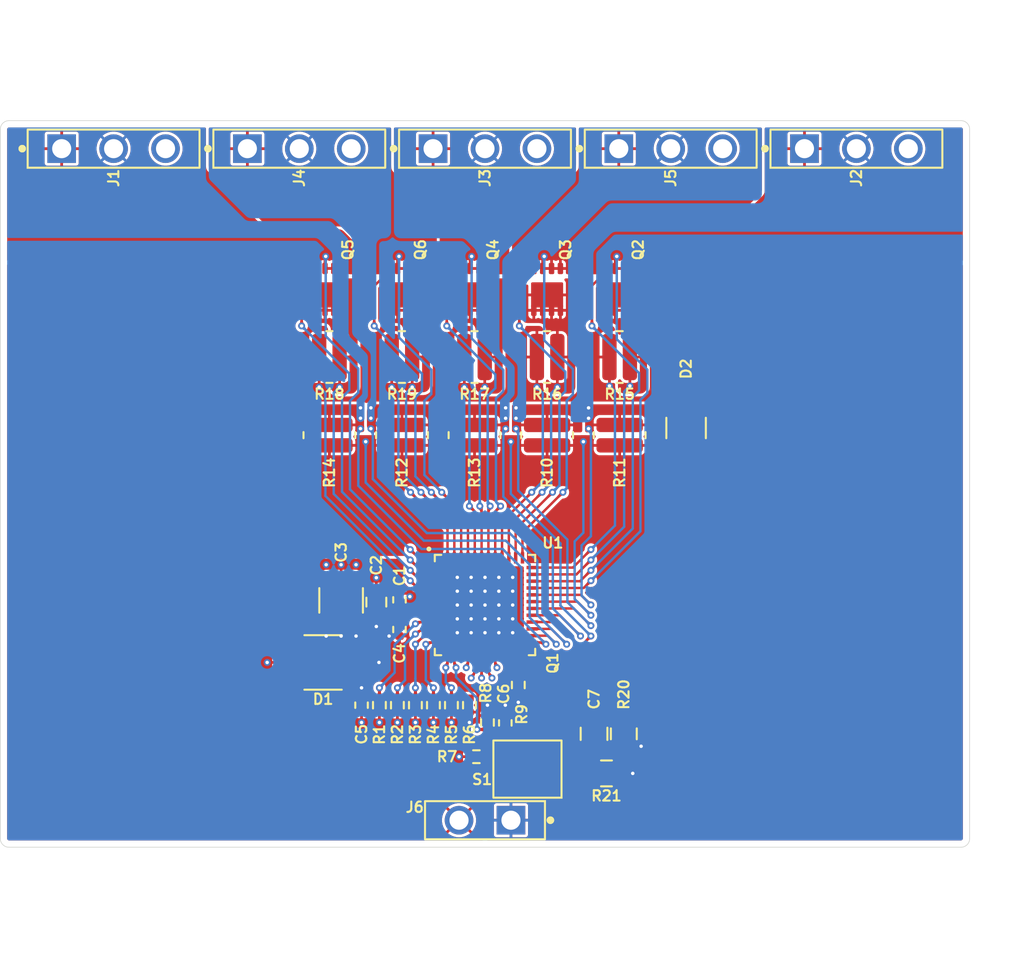
<source format=kicad_pcb>
(kicad_pcb (version 20241229) (generator "pcbnew") (generator_version "9.0")
  (layers (0 "F.Cu" signal) (4 "In1.Cu" power) (6 "In2.Cu" power) (2 "B.Cu" signal) (13 "F.Paste" user) (15 "B.Paste" user) (5 "F.SilkS" user "F.Silkscreen") (7 "B.SilkS" user "B.Silkscreen") (1 "F.Mask" user) (3 "B.Mask" user) (25 "Edge.Cuts" user))
  (net 0 "")
  (net 1 "/LSNS")
  (net 2 "/HSNSM2")
  (net 3 "/OUTP2")
  (net 5 "/HGATE2")
  (net 7 "GND")
  (net 8 "/HSNSM0")
  (net 9 "/OUTP0")
  (net 10 "/HGATE0")
  (net 11 "/LGATE")
  (net 12 "/OUTP4")
  (net 13 "/OUTP1")
  (net 14 "/INT")
  (net 15 "/SDI")
  (net 16 "/CPO")
  (net 17 "/~{CS}")
  (net 18 "/HGATE1")
  (net 19 "/HSNSM1")
  (net 20 "/OUTM3")
  (net 21 "/AUTO")
  (net 22 "/HSNSM4")
  (net 23 "/SCK")
  (net 24 "/SDO")
  (net 25 "/3V3")
  (net 26 "/WAKEUP")
  (net 27 "/SW3")
  (net 28 "/SW1")
  (net 29 "/SW4")
  (net 30 "/SW0")
  (net 31 "/SW2")
  (net 32 "Net-(R7-Pad2)")
  (net 33 "/RT")
  (net 34 "/OUTM4")
  (net 35 "/OUTM1")
  (net 36 "/OUTM2")
  (net 37 "/OUTM0")
  (net 38 "/HGATE4")
  (net 39 "/HGATE3")
  (net 40 "/OUTP3")
  (net 41 "/HSNSM3")
  (net 42 "/PSE")
  (net 43 "Net-(C7-Pad1)")
  (footprint "resistor_footprints:R_0402_1005Metric" (layer "F.Cu") (at 141.9606 109.71222 90)
    (property "Reference" "R1")
    (property "Value" "10 kΩ")
  )
  (footprint "resistor_footprints:R_0402_1005Metric" (layer "F.Cu") (at 149.07714 113.494773)
    (property "Reference" "R7")
    (property "Value" "1 kΩ")
  )
  (footprint "transistor_footprints:LFPAK33-8" (layer "F.Cu") (at 154.26563 79.191038 -90)
    (property "Reference" "Q3")
    (property "Value" "100.0 V")
  )
  (footprint "resistor_footprints:R_0612_1632Metric" (layer "F.Cu") (at 154.26506 89.89166 90)
    (property "Reference" "R10")
    (property "Value" "24 mΩ")
  )
  (footprint "connector_footprints:TBP02R1-381-03BE" (layer "F.Cu") (at 122.45848 68.8594)
    (property "Reference" "J1")
    (property "Value" "TBP02R1-381-03BE")
  )
  (footprint "capacitor_footprints:C_0402_1005Metric" (layer "F.Cu") (at 151.19858 111.014773 -90)
    (property "Reference" "C6")
    (property "Value" "1 nF")
  )
  (footprint "capacitor_footprints:C_1210_250_3225Metric" (layer "F.Cu") (at 139.15064 102.020883 -90)
    (property "Reference" "C3")
    (property "Value" "10 µF")
  )
  (footprint "resistor_footprints:R_0612_1632Metric" (layer "F.Cu") (at 148.93982 89.89166 90)
    (property "Reference" "R13")
    (property "Value" "62 mΩ")
  )
  (footprint "resistor_footprints:R_0612_1632Metric" (layer "F.Cu") (at 138.29175 89.8906 90)
    (property "Reference" "R14")
    (property "Value" "390 mΩ")
  )
  (footprint "capacitor_footprints:C_0805_2012Metric" (layer "F.Cu") (at 157.7086 111.816493 90)
    (property "Reference" "C7")
    (property "Value" "2.2 µF")
  )
  (footprint "transistor_footprints:LFPAK33-8" (layer "F.Cu") (at 148.94031 79.190299 -90)
    (property "Reference" "Q4")
    (property "Value" "100.0 V")
  )
  (footprint "diode_footprints:DO-214AA" (layer "F.Cu") (at 137.82658 106.57586)
    (property "Reference" "D1")
    (property "Value" "58 V")
  )
  (footprint "resistor_footprints:R_0402_1005Metric" (layer "F.Cu") (at 149.8874 110.984773 -90)
    (property "Reference" "R8")
    (property "Value" "100 kΩ")
  )
  (footprint "resistor_footprints:R_0612_1632Metric" (layer "F.Cu") (at 159.5882 89.8913 90)
    (property "Reference" "R11")
    (property "Value" "62 mΩ")
  )
  (footprint "resistor_footprints:R_0612_1632Metric" (layer "F.Cu") (at 154.26563 84.155898)
    (property "Reference" "R16")
    (property "Value" "390 mΩ")
  )
  (footprint "resistor_footprints:R_0805_2012Metric" (layer "F.Cu") (at 159.893 111.816493 -90)
    (property "Reference" "R20")
    (property "Value" "49.9 kΩ")
  )
  (footprint "resistor_footprints:R_0402_1005Metric" (layer "F.Cu") (at 147.245172 109.712773 90)
    (property "Reference" "R5")
    (property "Value" "100 kΩ")
  )
  (footprint "resistor_footprints:R_0402_1005Metric" (layer "F.Cu") (at 152.151154 108.231953 -90)
    (property "Reference" "R9")
    (property "Value" "24.3 kΩ")
  )
  (footprint "resistor_footprints:R_0612_1632Metric" (layer "F.Cu") (at 138.29157 84.153358)
    (property "Reference" "R18")
    (property "Value" "24 mΩ")
  )
  (footprint "capacitor_footprints:C_0603_1608Metric" (layer "F.Cu") (at 141.73454 102.147553 -90)
    (property "Reference" "C2")
    (property "Value" "100 nF")
  )
  (footprint "connector_footprints:TBP02R1-381-03BE" (layer "F.Cu") (at 149.708153 68.8594)
    (property "Reference" "J3")
    (property "Value" "TBP02R1-381-03BE")
  )
  (footprint "resistor_footprints:R_0402_1005Metric" (layer "F.Cu") (at 148.56714 109.712773 -90)
    (property "Reference" "R6")
    (property "Value" "100 kΩ")
  )
  (footprint "connector_footprints:TBP02R1-381-03BE" (layer "F.Cu") (at 176.95926 68.8594)
    (property "Reference" "J2")
    (property "Value" "TBP02R1-381-03BE")
  )
  (footprint "transistor_footprints:LFPAK33-8" (layer "F.Cu") (at 154.67584 109.543493 -90)
    (property "Reference" "Q1")
    (property "Value" "100.0 V")
  )
  (footprint "resistor_footprints:R_0402_1005Metric" (layer "F.Cu") (at 144.6022 109.712773 90)
    (property "Reference" "R3")
    (property "Value" "10 kΩ")
  )
  (footprint "resistor_footprints:R_0612_1632Metric" (layer "F.Cu") (at 159.58947 84.155898)
    (property "Reference" "R15")
    (property "Value" "24 mΩ")
  )
  (footprint "resistor_footprints:R_0402_1005Metric" (layer "F.Cu") (at 143.2814 109.71222 90)
    (property "Reference" "R2")
    (property "Value" "4.99 kΩ")
  )
  (footprint "capacitor_footprints:C_0402_1005Metric" (layer "F.Cu") (at 140.64996 109.71276 90)
    (property "Reference" "C5")
    (property "Value" "1 nF")
  )
  (footprint "capacitor_footprints:C_0402_1005Metric" (layer "F.Cu") (at 143.4338 101.979553 -90)
    (property "Reference" "C1")
    (property "Value" "1 nF")
  )
  (footprint "resistor_footprints:R_0612_1632Metric" (layer "F.Cu") (at 143.61577 84.154218)
    (property "Reference" "R19")
    (property "Value" "390 mΩ")
  )
  (footprint "capacitor_footprints:C_0402_1005Metric" (layer "F.Cu") (at 143.4338 104.158883 -90)
    (property "Reference" "C4")
    (property "Value" "470 nF")
  )
  (footprint "analog_devices_footprints:QFN48_05-08-7073_ADI" (layer "F.Cu") (at 149.708153 102.362553)
    (property "Reference" "U1")
    (property "Value" "LTC4296AUK-1-PBF")
  )
  (footprint "connector_footprints:TBP02R1-381-02BE" (layer "F.Cu") (at 149.7076 118.15826 180)
    (property "Reference" "J6")
    (property "Value" "TBP02R1-381-02BE")
  )
  (footprint "resistor_footprints:R_0805_2012Metric" (layer "F.Cu") (at 158.6206 114.72164 180)
    (property "Reference" "R21")
    (property "Value" "0 mΩ")
  )
  (footprint "resistor_footprints:R_0612_1632Metric" (layer "F.Cu") (at 143.61668 89.8906 90)
    (property "Reference" "R12")
    (property "Value" "16 mΩ")
  )
  (footprint "transistor_footprints:LFPAK33-8" (layer "F.Cu") (at 143.61577 79.189358 -90)
    (property "Reference" "Q6")
    (property "Value" "100.0 V")
  )
  (footprint "resistor_footprints:R_0402_1005Metric" (layer "F.Cu") (at 145.92446 109.712773 90)
    (property "Reference" "R4")
    (property "Value" "10 kΩ")
  )
  (footprint "connector_footprints:TBP02R1-381-03BE" (layer "F.Cu") (at 163.3347 68.8594)
    (property "Reference" "J5")
    (property "Value" "TBP02R1-381-03BE")
  )
  (footprint "transistor_footprints:LFPAK33-8" (layer "F.Cu") (at 138.29157 79.188498 -90)
    (property "Reference" "Q5")
    (property "Value" "100.0 V")
  )
  (footprint "connector_footprints:TBP02R1-381-03BE" (layer "F.Cu") (at 136.08304 68.8594)
    (property "Reference" "J4")
    (property "Value" "TBP02R1-381-03BE")
  )
  (footprint "resistor_footprints:R_0612_1632Metric" (layer "F.Cu") (at 148.94031 84.155159)
    (property "Reference" "R17")
    (property "Value" "24 mΩ")
  )
  (footprint "diode_footprints:SMA" (layer "F.Cu") (at 164.46246 89.3656 -90)
    (property "Reference" "D2")
    (property "Value" "100 V")
  )
  (footprint "tactile_switches_footprints:TS21" (layer "F.Cu") (at 152.82358 114.404853 90)
    (property "Reference" "S1")
    (property "Value" "TS21-34-035-BK-160-SMT-TR")
  )
  (footprint "transistor_footprints:LFPAK33-8" (layer "F.Cu") (at 159.58947 79.191038 -90)
    (property "Reference" "Q2")
    (property "Value" "100.0 V")
  )
  (gr_line (start 114.7826 66.802) (end 184.6326 66.802) (stroke (width 0.05)) (layer "Edge.Cuts"))
  (gr_arc (start 184.6326 66.802) (mid 185.081613 66.987987) (end 185.2676 67.437) (stroke (width 0.05)) (layer "Edge.Cuts"))
  (gr_line (start 184.6326 120.142) (end 114.7826 120.142) (stroke (width 0.05)) (layer "Edge.Cuts"))
  (gr_arc (start 185.2676 119.507) (mid 185.081613 119.956013) (end 184.6326 120.142) (stroke (width 0.05)) (layer "Edge.Cuts"))
  (gr_arc (start 114.7826 120.142) (mid 114.333587 119.956013) (end 114.1476 119.507) (stroke (width 0.05)) (layer "Edge.Cuts"))
  (gr_line (start 185.2676 67.437) (end 185.2676 119.507) (stroke (width 0.05)) (layer "Edge.Cuts"))
  (gr_arc (start 114.1476 67.437) (mid 114.333587 66.987987) (end 114.7826 66.802) (stroke (width 0.05)) (layer "Edge.Cuts"))
  (gr_line (start 114.1476 119.507) (end 114.1476 67.437) (stroke (width 0.05)) (layer "Edge.Cuts"))
  (segment (start 153.162553 103.612553) (end 154.882453 103.612553) (width 0.1778) (layer "F.Cu") (net 1))
  (segment (start 154.312163 104.612554) (end 154.939162 105.239553) (width 0.1778) (layer "F.Cu") (net 1))
  (segment (start 153.162553 102.112553) (end 156.476749 102.112553) (width 0.1778) (layer "F.Cu") (net 1))
  (segment (start 154.882453 103.612553) (end 156.4767 105.2068) (width 0.1778) (layer "F.Cu") (net 1))
  (segment (start 156.909207 105.2068) (end 157.478455 104.637552) (width 0.1778) (layer "F.Cu") (net 1))
  (segment (start 153.162553 104.612554) (end 154.312163 104.612554) (width 0.1778) (layer "F.Cu") (net 1))
  (segment (start 156.4767 105.2068) (end 156.909207 105.2068) (width 0.1778) (layer "F.Cu") (net 1))
  (segment (start 156.476749 102.112553) (end 157.478455 103.114259) (width 0.1778) (layer "F.Cu") (net 1))
  (via (at 156.925797 90.370301) (size 0.508) (drill 0.254) (layers "F.Cu" "B.Cu") (net 1))
  (via (at 157.478455 104.637552) (size 0.508) (drill 0.254) (layers "F.Cu" "B.Cu") (net 1))
  (via (at 157.478455 103.114259) (size 0.508) (drill 0.254) (layers "F.Cu" "B.Cu") (net 1))
  (via (at 154.939162 105.239553) (size 0.508) (drill 0.254) (layers "F.Cu" "B.Cu") (net 1))
  (via (at 140.954215 90.3696) (size 0.508) (drill 0.254) (layers "F.Cu" "B.Cu") (net 1))
  (via (at 151.60244 90.37066) (size 0.508) (drill 0.254) (layers "F.Cu" "B.Cu") (net 1))
  (segment (start 152.9842 103.284591) (end 152.9842 99.390198) (width 0.1778) (layer "B.Cu") (net 1))
  (segment (start 154.939162 105.239553) (end 152.9842 103.284591) (width 0.1778) (layer "B.Cu") (net 1))
  (segment (start 155.2448 102.403897) (end 157.478455 104.637552) (width 0.1778) (layer "B.Cu") (net 1))
  (segment (start 156.2862 101.922004) (end 156.2862 97.6884) (width 0.1778) (layer "B.Cu") (net 1))
  (segment (start 151.60244 94.19844) (end 155.2448 97.8408) (width 0.1778) (layer "B.Cu") (net 1))
  (segment (start 145.225018 97.6376) (end 140.954215 93.366797) (width 0.1778) (layer "B.Cu") (net 1))
  (segment (start 151.231602 97.6376) (end 145.225018 97.6376) (width 0.1778) (layer "B.Cu") (net 1))
  (segment (start 151.60244 90.37066) (end 151.60244 94.19844) (width 0.1778) (layer "B.Cu") (net 1))
  (segment (start 156.925797 97.048803) (end 156.925797 90.370301) (width 0.1778) (layer "B.Cu") (net 1))
  (segment (start 155.2448 97.8408) (end 155.2448 102.403897) (width 0.1778) (layer "B.Cu") (net 1))
  (segment (start 140.954215 93.366797) (end 140.954215 90.3696) (width 0.1778) (layer "B.Cu") (net 1))
  (segment (start 157.478455 103.114259) (end 156.2862 101.922004) (width 0.1778) (layer "B.Cu") (net 1))
  (segment (start 156.2862 97.6884) (end 156.925797 97.048803) (width 0.1778) (layer "B.Cu") (net 1))
  (segment (start 152.9842 99.390198) (end 151.231602 97.6376) (width 0.1778) (layer "B.Cu") (net 1))
  (segment (start 149.458153 95.23114) (end 149.327153 95.10014) (width 0.1778) (layer "F.Cu") (net 2))
  (segment (start 149.458153 98.908153) (end 149.458153 95.23114) (width 0.1778) (layer "F.Cu") (net 2))
  (via (at 149.69031 86.363158) (size 0.508) (drill 0.254) (layers "F.Cu" "B.Cu") (net 2))
  (via (at 149.327153 95.10014) (size 0.508) (drill 0.254) (layers "F.Cu" "B.Cu") (net 2))
  (segment (start 149.327153 95.10014) (end 149.327153 86.726315) (width 0.1778) (layer "B.Cu") (net 2))
  (segment (start 149.327153 86.726315) (end 149.69031 86.363158) (width 0.1778) (layer "B.Cu") (net 2))
  (segment (start 150.458154 98.908153) (end 150.458154 95.493139) (width 0.1778) (layer "F.Cu") (net 3))
  (segment (start 150.458154 95.493139) (end 150.851153 95.10014) (width 0.1778) (layer "F.Cu") (net 3))
  (via (at 150.851153 95.10014) (size 0.508) (drill 0.254) (layers "F.Cu" "B.Cu") (net 3))
  (via (at 148.72731 76.766299) (size 0.508) (drill 0.254) (layers "F.Cu" "B.Cu") (net 3))
  (segment (start 148.72731 82.78891) (end 151.0538 85.1154) (width 0.1778) (layer "B.Cu") (net 3))
  (segment (start 151.0538 86.6648) (end 150.51369 87.20491) (width 0.1778) (layer "B.Cu") (net 3))
  (segment (start 150.51369 94.762677) (end 150.851153 95.10014) (width 0.1778) (layer "B.Cu") (net 3))
  (segment (start 150.51369 87.20491) (end 150.51369 94.762677) (width 0.1778) (layer "B.Cu") (net 3))
  (segment (start 148.72731 76.766299) (end 148.72731 82.78891) (width 0.1778) (layer "B.Cu") (net 3))
  (segment (start 151.0538 85.1154) (end 151.0538 86.6648) (width 0.1778) (layer "B.Cu") (net 3))
  (segment (start 147.96531 77.86609) (end 146.90331 78.92809) (width 0.1778) (layer "F.Cu") (net 5))
  (segment (start 147.96531 77.655299) (end 147.96531 77.86609) (width 0.1778) (layer "F.Cu") (net 5))
  (segment (start 149.958153 95.23114) (end 150.089153 95.10014) (width 0.1778) (layer "F.Cu") (net 5))
  (segment (start 149.958153 98.908153) (end 149.958153 95.23114) (width 0.1778) (layer "F.Cu") (net 5))
  (segment (start 146.90331 78.92809) (end 146.90331 81.873428) (width 0.1778) (layer "F.Cu") (net 5))
  (via (at 150.089153 95.10014) (size 0.508) (drill 0.254) (layers "F.Cu" "B.Cu") (net 5))
  (via (at 146.90331 81.873428) (size 0.508) (drill 0.254) (layers "F.Cu" "B.Cu") (net 5))
  (segment (start 149.90409 94.915077) (end 150.089153 95.10014) (width 0.1778) (layer "B.Cu") (net 5))
  (segment (start 146.90331 81.873428) (end 150.4696 85.439718) (width 0.1778) (layer "B.Cu") (net 5))
  (segment (start 150.4696 86.4362) (end 149.90409 87.00171) (width 0.1778) (layer "B.Cu") (net 5))
  (segment (start 149.90409 87.00171) (end 149.90409 94.915077) (width 0.1778) (layer "B.Cu") (net 5))
  (segment (start 150.4696 85.439718) (end 150.4696 86.4362) (width 0.1778) (layer "B.Cu") (net 5))
  (via (at 152.151154 109.503953) (size 0.508) (drill 0.254) (layers "F.Cu" "B.Cu") (net 7))
  (via (at 151.19858 109.712773) (size 0.508) (drill 0.254) (layers "F.Cu" "B.Cu") (net 7))
  (via (at 149.8874 109.712773) (size 0.508) (drill 0.254) (layers "F.Cu" "B.Cu") (net 7))
  (via (at 149.7076 101.346553) (size 0.508) (drill 0.254) (layers "F.Cu" "B.Cu") (net 7))
  (via (at 147.675047 101.346) (size 0.508) (drill 0.254) (layers "F.Cu" "B.Cu") (net 7))
  (via (at 150.7236 104.394553) (size 0.508) (drill 0.254) (layers "F.Cu" "B.Cu") (net 7))
  (via (at 141.92758 106.57586) (size 0.508) (drill 0.254) (layers "F.Cu" "B.Cu") (net 7))
  (via (at 148.6916 102.362) (size 0.508) (drill 0.254) (layers "F.Cu" "B.Cu") (net 7))
  (via (at 140.64996 108.44022) (size 0.508) (drill 0.254) (layers "F.Cu" "B.Cu") (net 7))
  (via (at 138.05464 104.638883) (size 0.508) (drill 0.254) (layers "F.Cu" "B.Cu") (net 7))
  (via (at 151.7396 101.346) (size 0.508) (drill 0.254) (layers "F.Cu" "B.Cu") (net 7))
  (via (at 150.723047 103.378553) (size 0.508) (drill 0.254) (layers "F.Cu" "B.Cu") (net 7))
  (via (at 151.7396 100.33) (size 0.508) (drill 0.254) (layers "F.Cu" "B.Cu") (net 7))
  (via (at 149.707047 103.378553) (size 0.508) (drill 0.254) (layers "F.Cu" "B.Cu") (net 7))
  (via (at 161.163 112.728493) (size 0.508) (drill 0.254) (layers "F.Cu" "B.Cu") (net 7))
  (via (at 150.7236 101.346553) (size 0.508) (drill 0.254) (layers "F.Cu" "B.Cu") (net 7))
  (via (at 148.691047 104.394) (size 0.508) (drill 0.254) (layers "F.Cu" "B.Cu") (net 7))
  (via (at 151.740153 102.362) (size 0.508) (drill 0.254) (layers "F.Cu" "B.Cu") (net 7))
  (via (at 148.691047 101.346) (size 0.508) (drill 0.254) (layers "F.Cu" "B.Cu") (net 7))
  (via (at 141.73454 103.938553) (size 0.508) (drill 0.254) (layers "F.Cu" "B.Cu") (net 7))
  (via (at 147.674494 103.378) (size 0.508) (drill 0.254) (layers "F.Cu" "B.Cu") (net 7))
  (via (at 147.675047 104.394) (size 0.508) (drill 0.254) (layers "F.Cu" "B.Cu") (net 7))
  (via (at 149.7076 104.394553) (size 0.508) (drill 0.254) (layers "F.Cu" "B.Cu") (net 7))
  (via (at 150.7236 100.330553) (size 0.508) (drill 0.254) (layers "F.Cu" "B.Cu") (net 7))
  (via (at 151.7396 104.394) (size 0.508) (drill 0.254) (layers "F.Cu" "B.Cu") (net 7))
  (via (at 142.6718 104.638883) (size 0.508) (drill 0.254) (layers "F.Cu" "B.Cu") (net 7))
  (via (at 150.724153 102.362553) (size 0.508) (drill 0.254) (layers "F.Cu" "B.Cu") (net 7))
  (via (at 148.56714 110.984773) (size 0.508) (drill 0.254) (layers "F.Cu" "B.Cu") (net 7))
  (via (at 148.690494 103.378) (size 0.508) (drill 0.254) (layers "F.Cu" "B.Cu") (net 7))
  (via (at 140.246639 104.638883) (size 0.508) (drill 0.254) (layers "F.Cu" "B.Cu") (net 7))
  (via (at 139.15064 104.638883) (size 0.508) (drill 0.254) (layers "F.Cu" "B.Cu") (net 7))
  (via (at 149.7076 100.330553) (size 0.508) (drill 0.254) (layers "F.Cu" "B.Cu") (net 7))
  (via (at 149.708153 102.362553) (size 0.508) (drill 0.254) (layers "F.Cu" "B.Cu") (net 7))
  (via (at 147.675047 100.33) (size 0.508) (drill 0.254) (layers "F.Cu" "B.Cu") (net 7))
  (via (at 151.739047 103.378) (size 0.508) (drill 0.254) (layers "F.Cu" "B.Cu") (net 7))
  (via (at 160.5486 114.72164) (size 0.508) (drill 0.254) (layers "F.Cu" "B.Cu") (net 7))
  (via (at 148.691047 100.33) (size 0.508) (drill 0.254) (layers "F.Cu" "B.Cu") (net 7))
  (via (at 147.6756 102.362) (size 0.508) (drill 0.254) (layers "F.Cu" "B.Cu") (net 7))
  (segment (start 145.021914 100.612554) (end 144.22374 99.81438) (width 0.1778) (layer "F.Cu") (net 8))
  (segment (start 146.253753 100.612554) (end 145.021914 100.612554) (width 0.1778) (layer "F.Cu") (net 8))
  (via (at 144.22374 99.81438) (size 0.508) (drill 0.254) (layers "F.Cu" "B.Cu") (net 8))
  (via (at 139.04157 86.361357) (size 0.508) (drill 0.254) (layers "F.Cu" "B.Cu") (net 8))
  (segment (start 138.6078 94.19844) (end 138.6078 86.795127) (width 0.1778) (layer "B.Cu") (net 8))
  (segment (start 144.22374 99.81438) (end 138.6078 94.19844) (width 0.1778) (layer "B.Cu") (net 8))
  (segment (start 138.6078 86.795127) (end 139.04157 86.361357) (width 0.1778) (layer "B.Cu") (net 8))
  (segment (start 145.545913 99.612553) (end 144.22374 98.29038) (width 0.1778) (layer "F.Cu") (net 9))
  (segment (start 146.253753 99.612553) (end 145.545913 99.612553) (width 0.1778) (layer "F.Cu") (net 9))
  (via (at 138.02057 76.764498) (size 0.508) (drill 0.254) (layers "F.Cu" "B.Cu") (net 9))
  (via (at 144.22374 98.29038) (size 0.508) (drill 0.254) (layers "F.Cu" "B.Cu") (net 9))
  (segment (start 140.4112 85.0138) (end 138.02057 82.62317) (width 0.1778) (layer "B.Cu") (net 9))
  (segment (start 144.22374 98.29038) (end 139.8016 93.86824) (width 0.1778) (layer "B.Cu") (net 9))
  (segment (start 139.8016 93.86824) (end 139.8016 87.376) (width 0.1778) (layer "B.Cu") (net 9))
  (segment (start 140.4112 86.7664) (end 140.4112 85.0138) (width 0.1778) (layer "B.Cu") (net 9))
  (segment (start 138.02057 82.62317) (end 138.02057 76.764498) (width 0.1778) (layer "B.Cu") (net 9))
  (segment (start 139.8016 87.376) (end 140.4112 86.7664) (width 0.1778) (layer "B.Cu") (net 9))
  (segment (start 136.25457 81.873428) (end 136.25457 78.93423) (width 0.1778) (layer "F.Cu") (net 10))
  (segment (start 146.253753 100.112552) (end 145.283912 100.112552) (width 0.1778) (layer "F.Cu") (net 10))
  (segment (start 137.31657 77.87223) (end 137.31657 77.653498) (width 0.1778) (layer "F.Cu") (net 10))
  (segment (start 145.283912 100.112552) (end 144.22374 99.05238) (width 0.1778) (layer "F.Cu") (net 10))
  (segment (start 136.25457 78.93423) (end 137.31657 77.87223) (width 0.1778) (layer "F.Cu") (net 10))
  (via (at 144.22374 99.05238) (size 0.508) (drill 0.254) (layers "F.Cu" "B.Cu") (net 10))
  (via (at 136.25457 81.873428) (size 0.508) (drill 0.254) (layers "F.Cu" "B.Cu") (net 10))
  (segment (start 139.7508 86.5886) (end 139.7508 85.369658) (width 0.1778) (layer "B.Cu") (net 10))
  (segment (start 139.7508 85.369658) (end 136.25457 81.873428) (width 0.1778) (layer "B.Cu") (net 10))
  (segment (start 144.22374 99.05238) (end 139.2174 94.04604) (width 0.1778) (layer "B.Cu") (net 10))
  (segment (start 139.2174 87.122) (end 139.7508 86.5886) (width 0.1778) (layer "B.Cu") (net 10))
  (segment (start 139.2174 94.04604) (end 139.2174 87.122) (width 0.1778) (layer "B.Cu") (net 10))
  (segment (start 153.70084 108.008493) (end 153.700837 107.573585) (width 0.1778) (layer "F.Cu") (net 11))
  (segment (start 152.5778 107.0356) (end 153.162848 107.0356) (width 0.1778) (layer "F.Cu") (net 11))
  (segment (start 151.958154 105.816953) (end 151.958154 106.415954) (width 0.1778) (layer "F.Cu") (net 11))
  (arc (start 153.162848 107.0356) (mid 153.543262 107.193172) (end 153.700837 107.573585) (width 0.1778) (layer "F.Cu") (net 11))
  (arc (start 151.958154 106.415954) (mid 152.139644 106.85411) (end 152.5778 107.0356) (width 0.1778) (layer "F.Cu") (net 11))
  (segment (start 153.162553 101.112553) (end 156.943827 101.112553) (width 0.1778) (layer "F.Cu") (net 12))
  (segment (start 156.943827 101.112553) (end 157.48 100.57638) (width 0.1778) (layer "F.Cu") (net 12))
  (via (at 157.48 100.57638) (size 0.508) (drill 0.254) (layers "F.Cu" "B.Cu") (net 12))
  (via (at 159.37647 76.767038) (size 0.508) (drill 0.254) (layers "F.Cu" "B.Cu") (net 12))
  (segment (start 161.1122 96.94418) (end 161.1122 87.299798) (width 0.1778) (layer "B.Cu") (net 12))
  (segment (start 161.6202 86.791798) (end 161.6202 85.09) (width 0.1778) (layer "B.Cu") (net 12))
  (segment (start 157.48 100.57638) (end 161.1122 96.94418) (width 0.1778) (layer "B.Cu") (net 12))
  (segment (start 161.1122 87.299798) (end 161.6202 86.791798) (width 0.1778) (layer "B.Cu") (net 12))
  (segment (start 161.6202 85.09) (end 159.37647 82.84627) (width 0.1778) (layer "B.Cu") (net 12))
  (segment (start 159.37647 82.84627) (end 159.37647 76.767038) (width 0.1778) (layer "B.Cu") (net 12))
  (segment (start 148.458153 98.908153) (end 148.458153 96.009693) (width 0.1778) (layer "F.Cu") (net 13))
  (segment (start 148.458153 96.009693) (end 146.5326 94.08414) (width 0.1778) (layer "F.Cu") (net 13))
  (via (at 143.39811 76.764498) (size 0.508) (drill 0.254) (layers "F.Cu" "B.Cu") (net 13))
  (via (at 146.5326 94.08414) (size 0.508) (drill 0.254) (layers "F.Cu" "B.Cu") (net 13))
  (segment (start 145.2626 87.376) (end 145.7706 86.868) (width 0.1778) (layer "B.Cu") (net 13))
  (segment (start 145.2626 92.81414) (end 145.2626 87.376) (width 0.1778) (layer "B.Cu") (net 13))
  (segment (start 146.5326 94.08414) (end 145.2626 92.81414) (width 0.1778) (layer "B.Cu") (net 13))
  (segment (start 145.7706 85.09) (end 143.39811 82.71751) (width 0.1778) (layer "B.Cu") (net 13))
  (segment (start 145.7706 86.868) (end 145.7706 85.09) (width 0.1778) (layer "B.Cu") (net 13))
  (segment (start 143.39811 82.71751) (end 143.39811 76.764498) (width 0.1778) (layer "B.Cu") (net 13))
  (segment (start 146.253753 103.112554) (end 144.801039 103.112554) (width 0.1778) (layer "F.Cu") (net 14))
  (arc (start 144.801039 103.112554) (mid 144.061095 103.259738) (end 143.4338 103.678883) (width 0.1778) (layer "F.Cu") (net 14))
  (segment (start 144.61816 103.724146) (end 144.602753 103.739553) (width 0.1778) (layer "F.Cu") (net 15))
  (segment (start 141.9606 109.20222) (end 141.9606 108.44022) (width 0.1778) (layer "F.Cu") (net 15))
  (segment (start 146.253753 103.612553) (end 144.887373 103.612553) (width 0.1778) (layer "F.Cu") (net 15))
  (via (at 144.602753 103.739553) (size 0.508) (drill 0.254) (layers "F.Cu" "B.Cu") (net 15))
  (via (at 141.9606 108.44022) (size 0.508) (drill 0.254) (layers "F.Cu" "B.Cu") (net 15))
  (arc (start 144.61816 103.724146) (mid 144.741722 103.641532) (end 144.887373 103.612553) (width 0.1778) (layer "F.Cu") (net 15))
  (segment (start 141.9606 108.44022) (end 143.0782 107.32262) (width 0.1778) (layer "B.Cu") (net 15))
  (segment (start 143.0782 107.32262) (end 143.0782 105.264106) (width 0.1778) (layer "B.Cu") (net 15))
  (segment (start 143.0782 105.264106) (end 144.602753 103.739553) (width 0.1778) (layer "B.Cu") (net 15))
  (segment (start 146.253753 102.612553) (end 143.5868 102.612553) (width 0.1778) (layer "F.Cu") (net 16))
  (segment (start 143.5868 102.612553) (end 143.4338 102.459553) (width 0.1778) (layer "F.Cu") (net 16))
  (segment (start 145.92446 109.202773) (end 145.92446 108.440773) (width 0.1778) (layer "F.Cu") (net 17))
  (segment (start 146.253753 105.112553) (end 145.671358 105.112553) (width 0.1778) (layer "F.Cu") (net 17))
  (via (at 145.92446 108.440773) (size 0.508) (drill 0.254) (layers "F.Cu" "B.Cu") (net 17))
  (via (at 145.364753 105.239553) (size 0.508) (drill 0.254) (layers "F.Cu" "B.Cu") (net 17))
  (arc (start 145.671358 105.112553) (mid 145.505425 105.145559) (end 145.364753 105.239553) (width 0.1778) (layer "F.Cu") (net 17))
  (segment (start 145.92446 108.440773) (end 145.364753 107.881066) (width 0.1778) (layer "B.Cu") (net 17))
  (segment (start 145.364753 107.881066) (end 145.364753 105.239553) (width 0.1778) (layer "B.Cu") (net 17))
  (segment (start 142.64077 77.88203) (end 141.57877 78.94403) (width 0.1778) (layer "F.Cu") (net 18))
  (segment (start 141.57877 78.94403) (end 141.57877 81.873428) (width 0.1778) (layer "F.Cu") (net 18))
  (segment (start 142.64077 77.654358) (end 142.64077 77.88203) (width 0.1778) (layer "F.Cu") (net 18))
  (segment (start 147.958154 96.271694) (end 145.7706 94.08414) (width 0.1778) (layer "F.Cu") (net 18))
  (segment (start 147.958154 98.908153) (end 147.958154 96.271694) (width 0.1778) (layer "F.Cu") (net 18))
  (via (at 145.7706 94.08414) (size 0.508) (drill 0.254) (layers "F.Cu" "B.Cu") (net 18))
  (via (at 141.57877 81.873428) (size 0.508) (drill 0.254) (layers "F.Cu" "B.Cu") (net 18))
  (segment (start 145.0848 85.379458) (end 141.57877 81.873428) (width 0.1778) (layer "B.Cu") (net 18))
  (segment (start 144.6022 92.91574) (end 144.6022 87.122) (width 0.1778) (layer "B.Cu") (net 18))
  (segment (start 144.6022 87.122) (end 145.0848 86.6394) (width 0.1778) (layer "B.Cu") (net 18))
  (segment (start 145.0848 86.6394) (end 145.0848 85.379458) (width 0.1778) (layer "B.Cu") (net 18))
  (segment (start 145.7706 94.08414) (end 144.6022 92.91574) (width 0.1778) (layer "B.Cu") (net 18))
  (segment (start 147.458152 98.908153) (end 147.458152 96.533692) (width 0.1778) (layer "F.Cu") (net 19))
  (segment (start 147.458152 96.533692) (end 145.0086 94.08414) (width 0.1778) (layer "F.Cu") (net 19))
  (via (at 145.0086 94.08414) (size 0.508) (drill 0.254) (layers "F.Cu" "B.Cu") (net 19))
  (via (at 144.36577 86.363158) (size 0.508) (drill 0.254) (layers "F.Cu" "B.Cu") (net 19))
  (segment (start 143.9164 86.812528) (end 144.36577 86.363158) (width 0.1778) (layer "B.Cu") (net 19))
  (segment (start 145.0086 94.08414) (end 143.9164 92.99194) (width 0.1778) (layer "B.Cu") (net 19))
  (segment (start 143.9164 92.99194) (end 143.9164 86.812528) (width 0.1778) (layer "B.Cu") (net 19))
  (segment (start 156.214749 102.612553) (end 157.478455 103.876259) (width 0.1778) (layer "F.Cu") (net 20))
  (segment (start 153.162553 102.612553) (end 156.214749 102.612553) (width 0.1778) (layer "F.Cu") (net 20))
  (via (at 151.98344 89.412659) (size 0.508) (drill 0.254) (layers "F.Cu" "B.Cu") (net 20))
  (via (at 157.478455 103.876259) (size 0.508) (drill 0.254) (layers "F.Cu" "B.Cu") (net 20))
  (via (at 151.98344 87.888659) (size 0.508) (drill 0.254) (layers "F.Cu" "B.Cu") (net 20))
  (via (at 151.98344 88.650659) (size 0.508) (drill 0.254) (layers "F.Cu" "B.Cu") (net 20))
  (segment (start 155.7528 102.150604) (end 157.478455 103.876259) (width 0.1778) (layer "B.Cu") (net 20))
  (segment (start 152.146 89.575219) (end 152.146 93.9546) (width 0.1778) (layer "B.Cu") (net 20))
  (segment (start 155.7528 97.5614) (end 155.7528 102.150604) (width 0.1778) (layer "B.Cu") (net 20))
  (segment (start 151.98344 89.412659) (end 152.146 89.575219) (width 0.1778) (layer "B.Cu") (net 20))
  (segment (start 152.146 93.9546) (end 155.7528 97.5614) (width 0.1778) (layer "B.Cu") (net 20))
  (segment (start 146.958153 105.816953) (end 146.958153 106.653345) (width 0.1778) (layer "F.Cu") (net 21))
  (segment (start 147.245172 109.202773) (end 147.245172 108.440773) (width 0.1778) (layer "F.Cu") (net 21))
  (segment (start 148.56714 109.202773) (end 147.245172 109.202773) (width 0.1778) (layer "F.Cu") (net 21))
  (via (at 147.245172 108.440773) (size 0.508) (drill 0.254) (layers "F.Cu" "B.Cu") (net 21))
  (via (at 146.831152 106.959953) (size 0.508) (drill 0.254) (layers "F.Cu" "B.Cu") (net 21))
  (arc (start 146.958153 106.653345) (mid 146.925146 106.81928) (end 146.831152 106.959953) (width 0.1778) (layer "F.Cu") (net 21))
  (segment (start 146.831152 106.959953) (end 146.831152 108.026753) (width 0.1778) (layer "B.Cu") (net 21))
  (segment (start 146.831152 108.026753) (end 147.245172 108.440773) (width 0.1778) (layer "B.Cu") (net 21))
  (segment (start 156.419828 100.112552) (end 157.48 99.05238) (width 0.1778) (layer "F.Cu") (net 22))
  (segment (start 153.162553 100.112552) (end 156.419828 100.112552) (width 0.1778) (layer "F.Cu") (net 22))
  (via (at 160.33947 86.277537) (size 0.508) (drill 0.254) (layers "F.Cu" "B.Cu") (net 22))
  (via (at 157.48 99.05238) (size 0.508) (drill 0.254) (layers "F.Cu" "B.Cu") (net 22))
  (segment (start 159.9184 96.61398) (end 159.9184 86.698607) (width 0.1778) (layer "B.Cu") (net 22))
  (segment (start 157.48 99.05238) (end 159.9184 96.61398) (width 0.1778) (layer "B.Cu") (net 22))
  (segment (start 159.9184 86.698607) (end 160.33947 86.277537) (width 0.1778) (layer "B.Cu") (net 22))
  (segment (start 144.602753 105.239553) (end 144.914679 104.927627) (width 0.1778) (layer "F.Cu") (net 23))
  (segment (start 145.675332 104.612554) (end 146.253753 104.612554) (width 0.1778) (layer "F.Cu") (net 23))
  (segment (start 144.6022 109.202773) (end 144.6022 108.440773) (width 0.1778) (layer "F.Cu") (net 23))
  (via (at 144.602753 105.239553) (size 0.508) (drill 0.254) (layers "F.Cu" "B.Cu") (net 23))
  (via (at 144.6022 108.440773) (size 0.508) (drill 0.254) (layers "F.Cu" "B.Cu") (net 23))
  (arc (start 144.914679 104.927627) (mid 145.26367 104.694439) (end 145.675332 104.612554) (width 0.1778) (layer "F.Cu") (net 23))
  (segment (start 144.602753 107.755526) (end 144.6022 107.756079) (width 0.1778) (layer "B.Cu") (net 23))
  (segment (start 144.602753 108.44022) (end 144.6022 108.440773) (width 0.1778) (layer "B.Cu") (net 23))
  (segment (start 144.6022 107.756079) (end 144.6022 108.440773) (width 0.1778) (layer "B.Cu") (net 23))
  (segment (start 144.602753 105.239553) (end 144.602753 107.755526) (width 0.1778) (layer "B.Cu") (net 23))
  (segment (start 146.253753 104.112552) (end 145.512787 104.112552) (width 0.1778) (layer "F.Cu") (net 24))
  (segment (start 143.2814 109.20222) (end 143.2814 108.44022) (width 0.1778) (layer "F.Cu") (net 24))
  (via (at 143.2814 108.44022) (size 0.508) (drill 0.254) (layers "F.Cu" "B.Cu") (net 24))
  (via (at 144.602753 104.489553) (size 0.508) (drill 0.254) (layers "F.Cu" "B.Cu") (net 24))
  (arc (start 144.602753 104.489553) (mid 145.020329 104.210508) (end 145.512787 104.112552) (width 0.1778) (layer "F.Cu") (net 24))
  (segment (start 143.8402 107.88142) (end 143.2814 108.44022) (width 0.1778) (layer "B.Cu") (net 24))
  (segment (start 143.8402 105.252106) (end 143.8402 107.88142) (width 0.1778) (layer "B.Cu") (net 24))
  (segment (start 144.602753 104.489553) (end 143.8402 105.252106) (width 0.1778) (layer "B.Cu") (net 24))
  (via (at 147.80514 113.494773) (size 0.508) (drill 0.254) (layers "F.Cu" "B.Cu") (net 25))
  (via (at 141.9606 110.98422) (size 0.508) (drill 0.254) (layers "F.Cu" "B.Cu") (net 25))
  (via (at 147.245172 110.984773) (size 0.508) (drill 0.254) (layers "F.Cu" "B.Cu") (net 25))
  (via (at 145.92446 110.984773) (size 0.508) (drill 0.254) (layers "F.Cu" "B.Cu") (net 25))
  (via (at 143.2814 110.98422) (size 0.508) (drill 0.254) (layers "F.Cu" "B.Cu") (net 25))
  (via (at 140.64996 110.98422) (size 0.508) (drill 0.254) (layers "F.Cu" "B.Cu") (net 25))
  (via (at 144.6022 110.984773) (size 0.508) (drill 0.254) (layers "F.Cu" "B.Cu") (net 25))
  (segment (start 147.458152 105.816953) (end 147.458152 106.653348) (width 0.1778) (layer "F.Cu") (net 26))
  (segment (start 149.8874 111.494773) (end 149.1254 111.494773) (width 0.1778) (layer "F.Cu") (net 26))
  (segment (start 151.19858 111.494773) (end 149.8874 111.494773) (width 0.1778) (layer "F.Cu") (net 26))
  (segment (start 154.44858 113.404853) (end 151.19858 113.404853) (width 0.1778) (layer "F.Cu") (net 26))
  (segment (start 151.19858 113.404853) (end 151.19858 111.494773) (width 0.1778) (layer "F.Cu") (net 26))
  (via (at 149.1254 111.494773) (size 0.508) (drill 0.254) (layers "F.Cu" "B.Cu") (net 26))
  (via (at 147.585152 106.959953) (size 0.508) (drill 0.254) (layers "F.Cu" "B.Cu") (net 26))
  (arc (start 147.458152 106.653348) (mid 147.491159 106.819281) (end 147.585152 106.959953) (width 0.1778) (layer "F.Cu") (net 26))
  (segment (start 149.1254 111.494773) (end 149.1254 109.1966) (width 0.1778) (layer "B.Cu") (net 26))
  (segment (start 149.1254 109.1966) (end 147.585152 107.656352) (width 0.1778) (layer "B.Cu") (net 26))
  (segment (start 147.585152 107.656352) (end 147.585152 106.959953) (width 0.1778) (layer "B.Cu") (net 26))
  (segment (start 149.958153 105.816953) (end 149.958153 107.091261) (width 0.1778) (layer "F.Cu") (net 27))
  (via (at 150.219394 107.721953) (size 0.508) (drill 0.254) (layers "F.Cu" "B.Cu") (net 27))
  (arc (start 149.958153 107.091261) (mid 150.026047 107.432589) (end 150.219394 107.721953) (width 0.1778) (layer "F.Cu") (net 27))
  (segment (start 148.958152 105.816953) (end 148.958152 107.091264) (width 0.1778) (layer "F.Cu") (net 28))
  (via (at 148.696912 107.721953) (size 0.508) (drill 0.254) (layers "F.Cu" "B.Cu") (net 28))
  (arc (start 148.958152 107.091264) (mid 148.890258 107.43259) (end 148.696912 107.721953) (width 0.1778) (layer "F.Cu") (net 28))
  (segment (start 150.458154 105.816953) (end 150.458154 106.653348) (width 0.1778) (layer "F.Cu") (net 29))
  (via (at 150.585154 106.959953) (size 0.508) (drill 0.254) (layers "F.Cu" "B.Cu") (net 29))
  (arc (start 150.458154 106.653348) (mid 150.491161 106.819281) (end 150.585154 106.959953) (width 0.1778) (layer "F.Cu") (net 29))
  (segment (start 148.458153 105.816953) (end 148.458153 106.653345) (width 0.1778) (layer "F.Cu") (net 30))
  (via (at 148.331152 106.959953) (size 0.508) (drill 0.254) (layers "F.Cu" "B.Cu") (net 30))
  (arc (start 148.458153 106.653345) (mid 148.425146 106.81928) (end 148.331152 106.959953) (width 0.1778) (layer "F.Cu") (net 30))
  (segment (start 149.458153 105.816953) (end 149.458153 107.721953) (width 0.1778) (layer "F.Cu") (net 31))
  (via (at 149.458153 107.721953) (size 0.508) (drill 0.254) (layers "F.Cu" "B.Cu") (net 31))
  (segment (start 149.58714 113.494773) (end 149.58714 114.524642) (width 0.1778) (layer "F.Cu") (net 32))
  (segment (start 151.19858 115.404853) (end 150.467331 115.404844) (width 0.1778) (layer "F.Cu") (net 32))
  (segment (start 154.44858 115.404853) (end 151.19858 115.404853) (width 0.1778) (layer "F.Cu") (net 32))
  (arc (start 149.58714 114.524642) (mid 149.844941 115.147035) (end 150.467331 115.404844) (width 0.1778) (layer "F.Cu") (net 32))
  (segment (start 151.953333 107.524132) (end 152.151154 107.721953) (width 0.1778) (layer "F.Cu") (net 33))
  (segment (start 151.458152 105.816953) (end 151.458152 106.328661) (width 0.1778) (layer "F.Cu") (net 33))
  (arc (start 151.953333 107.524132) (mid 151.586846 106.975645) (end 151.458152 106.328661) (width 0.1778) (layer "F.Cu") (net 33))
  (segment (start 156.738748 101.612552) (end 157.478455 102.352259) (width 0.1778) (layer "F.Cu") (net 34))
  (segment (start 153.162553 101.612552) (end 156.738748 101.612552) (width 0.1778) (layer "F.Cu") (net 34))
  (via (at 157.478455 102.352259) (size 0.508) (drill 0.254) (layers "F.Cu" "B.Cu") (net 34))
  (via (at 157.306797 88.650659) (size 0.508) (drill 0.254) (layers "F.Cu" "B.Cu") (net 34))
  (via (at 157.306797 87.888659) (size 0.508) (drill 0.254) (layers "F.Cu" "B.Cu") (net 34))
  (via (at 157.306797 89.412659) (size 0.508) (drill 0.254) (layers "F.Cu" "B.Cu") (net 34))
  (segment (start 157.48 89.585862) (end 157.306797 89.412659) (width 0.1778) (layer "B.Cu") (net 34))
  (segment (start 156.7942 97.9932) (end 157.48 97.3074) (width 0.1778) (layer "B.Cu") (net 34))
  (segment (start 157.48 97.3074) (end 157.48 89.585862) (width 0.1778) (layer "B.Cu") (net 34))
  (segment (start 157.478455 102.352259) (end 156.7942 101.668004) (width 0.1778) (layer "B.Cu") (net 34))
  (segment (start 156.7942 101.668004) (end 156.7942 97.9932) (width 0.1778) (layer "B.Cu") (net 34))
  (segment (start 154.573454 104.112552) (end 155.700455 105.239553) (width 0.1778) (layer "F.Cu") (net 35))
  (segment (start 153.162553 104.112552) (end 154.573454 104.112552) (width 0.1778) (layer "F.Cu") (net 35))
  (via (at 141.335215 89.411599) (size 0.508) (drill 0.254) (layers "F.Cu" "B.Cu") (net 35))
  (via (at 141.335215 88.648599) (size 0.508) (drill 0.254) (layers "F.Cu" "B.Cu") (net 35))
  (via (at 155.700455 105.239553) (size 0.508) (drill 0.254) (layers "F.Cu" "B.Cu") (net 35))
  (via (at 141.335215 87.886599) (size 0.508) (drill 0.254) (layers "F.Cu" "B.Cu") (net 35))
  (segment (start 155.700455 105.239553) (end 153.543 103.082098) (width 0.1778) (layer "B.Cu") (net 35))
  (segment (start 141.478 93.1164) (end 141.478 89.554384) (width 0.1778) (layer "B.Cu") (net 35))
  (segment (start 153.543 99.1108) (end 151.511 97.0788) (width 0.1778) (layer "B.Cu") (net 35))
  (segment (start 153.543 103.082098) (end 153.543 99.1108) (width 0.1778) (layer "B.Cu") (net 35))
  (segment (start 151.511 97.0788) (end 145.4404 97.0788) (width 0.1778) (layer "B.Cu") (net 35))
  (segment (start 141.478 89.554384) (end 141.335215 89.411599) (width 0.1778) (layer "B.Cu") (net 35))
  (segment (start 145.4404 97.0788) (end 141.478 93.1164) (width 0.1778) (layer "B.Cu") (net 35))
  (segment (start 153.162553 103.112554) (end 155.19075 103.112554) (width 0.1778) (layer "F.Cu") (net 36))
  (segment (start 155.19075 103.112554) (end 156.715748 104.637552) (width 0.1778) (layer "F.Cu") (net 36))
  (via (at 156.715748 104.637552) (size 0.508) (drill 0.254) (layers "F.Cu" "B.Cu") (net 36))
  (via (at 151.22144 87.888659) (size 0.508) (drill 0.254) (layers "F.Cu" "B.Cu") (net 36))
  (via (at 151.22144 89.412659) (size 0.508) (drill 0.254) (layers "F.Cu" "B.Cu") (net 36))
  (via (at 151.22144 88.650659) (size 0.508) (drill 0.254) (layers "F.Cu" "B.Cu") (net 36))
  (segment (start 154.686 102.607804) (end 156.715748 104.637552) (width 0.1778) (layer "B.Cu") (net 36))
  (segment (start 151.0538 89.580299) (end 151.0538 94.4118) (width 0.1778) (layer "B.Cu") (net 36))
  (segment (start 151.22144 89.412659) (end 151.0538 89.580299) (width 0.1778) (layer "B.Cu") (net 36))
  (segment (start 151.0538 94.4118) (end 154.686 98.044) (width 0.1778) (layer "B.Cu") (net 36))
  (segment (start 154.686 98.044) (end 154.686 102.607804) (width 0.1778) (layer "B.Cu") (net 36))
  (segment (start 154.050162 105.112553) (end 154.177162 105.239553) (width 0.1778) (layer "F.Cu") (net 37))
  (segment (start 153.162553 105.112553) (end 154.050162 105.112553) (width 0.1778) (layer "F.Cu") (net 37))
  (via (at 154.177162 105.239553) (size 0.508) (drill 0.254) (layers "F.Cu" "B.Cu") (net 37))
  (via (at 140.573215 89.411599) (size 0.508) (drill 0.254) (layers "F.Cu" "B.Cu") (net 37))
  (via (at 140.573215 88.648599) (size 0.508) (drill 0.254) (layers "F.Cu" "B.Cu") (net 37))
  (via (at 140.573215 87.886599) (size 0.508) (drill 0.254) (layers "F.Cu" "B.Cu") (net 37))
  (segment (start 145.0594 98.2472) (end 140.4112 93.599) (width 0.1778) (layer "B.Cu") (net 37))
  (segment (start 154.177162 105.239553) (end 152.3746 103.436991) (width 0.1778) (layer "B.Cu") (net 37))
  (segment (start 151.003 98.2472) (end 145.0594 98.2472) (width 0.1778) (layer "B.Cu") (net 37))
  (segment (start 152.3746 99.6188) (end 151.003 98.2472) (width 0.1778) (layer "B.Cu") (net 37))
  (segment (start 152.3746 103.436991) (end 152.3746 99.6188) (width 0.1778) (layer "B.Cu") (net 37))
  (segment (start 140.4112 93.599) (end 140.4112 89.573614) (width 0.1778) (layer "B.Cu") (net 37))
  (segment (start 140.4112 89.573614) (end 140.573215 89.411599) (width 0.1778) (layer "B.Cu") (net 37))
  (segment (start 158.61447 77.85953) (end 157.55247 78.92153) (width 0.1778) (layer "F.Cu") (net 38))
  (segment (start 156.681826 100.612554) (end 157.48 99.81438) (width 0.1778) (layer "F.Cu") (net 38))
  (segment (start 157.55247 78.92153) (end 157.55247 81.873428) (width 0.1778) (layer "F.Cu") (net 38))
  (segment (start 158.61447 77.656038) (end 158.61447 77.85953) (width 0.1778) (layer "F.Cu") (net 38))
  (segment (start 153.162553 100.612554) (end 156.681826 100.612554) (width 0.1778) (layer "F.Cu") (net 38))
  (via (at 157.48 99.81438) (size 0.508) (drill 0.254) (layers "F.Cu" "B.Cu") (net 38))
  (via (at 157.55247 81.873428) (size 0.508) (drill 0.254) (layers "F.Cu" "B.Cu") (net 38))
  (segment (start 161.0106 85.331558) (end 157.55247 81.873428) (width 0.1778) (layer "B.Cu") (net 38))
  (segment (start 161.0106 86.614) (end 161.0106 85.331558) (width 0.1778) (layer "B.Cu") (net 38))
  (segment (start 160.5534 96.74098) (end 160.5534 87.0712) (width 0.1778) (layer "B.Cu") (net 38))
  (segment (start 160.5534 87.0712) (end 161.0106 86.614) (width 0.1778) (layer "B.Cu") (net 38))
  (segment (start 157.48 99.81438) (end 160.5534 96.74098) (width 0.1778) (layer "B.Cu") (net 38))
  (segment (start 151.958154 98.908153) (end 151.958154 96.786586) (width 0.1778) (layer "F.Cu") (net 39))
  (segment (start 153.29063 77.656038) (end 153.29063 77.87477) (width 0.1778) (layer "F.Cu") (net 39))
  (segment (start 151.958154 96.786586) (end 154.6606 94.08414) (width 0.1778) (layer "F.Cu") (net 39))
  (segment (start 152.22863 78.93677) (end 152.22863 81.873428) (width 0.1778) (layer "F.Cu") (net 39))
  (segment (start 153.29063 77.87477) (end 152.22863 78.93677) (width 0.1778) (layer "F.Cu") (net 39))
  (via (at 154.6606 94.08414) (size 0.508) (drill 0.254) (layers "F.Cu" "B.Cu") (net 39))
  (via (at 152.22863 81.873428) (size 0.508) (drill 0.254) (layers "F.Cu" "B.Cu") (net 39))
  (segment (start 154.6606 94.08414) (end 155.1686 93.57614) (width 0.1778) (layer "B.Cu") (net 39))
  (segment (start 155.6004 85.245198) (end 152.22863 81.873428) (width 0.1778) (layer "B.Cu") (net 39))
  (segment (start 155.6004 86.6648) (end 155.6004 85.245198) (width 0.1778) (layer "B.Cu") (net 39))
  (segment (start 155.1686 87.0966) (end 155.6004 86.6648) (width 0.1778) (layer "B.Cu") (net 39))
  (segment (start 155.1686 93.57614) (end 155.1686 87.0966) (width 0.1778) (layer "B.Cu") (net 39))
  (segment (start 152.458153 98.908153) (end 152.458153 97.048587) (width 0.1778) (layer "F.Cu") (net 40))
  (segment (start 152.458153 97.048587) (end 155.4226 94.08414) (width 0.1778) (layer "F.Cu") (net 40))
  (via (at 155.4226 94.08414) (size 0.508) (drill 0.254) (layers "F.Cu" "B.Cu") (net 40))
  (via (at 154.05263 76.766299) (size 0.508) (drill 0.254) (layers "F.Cu" "B.Cu") (net 40))
  (segment (start 155.702 87.3506) (end 156.1592 86.8934) (width 0.1778) (layer "B.Cu") (net 40))
  (segment (start 155.702 93.80474) (end 155.702 87.3506) (width 0.1778) (layer "B.Cu") (net 40))
  (segment (start 156.1592 86.8934) (end 156.1592 85.0392) (width 0.1778) (layer "B.Cu") (net 40))
  (segment (start 155.4226 94.08414) (end 155.702 93.80474) (width 0.1778) (layer "B.Cu") (net 40))
  (segment (start 156.1592 85.0392) (end 154.05263 82.93263) (width 0.1778) (layer "B.Cu") (net 40))
  (segment (start 154.05263 82.93263) (end 154.05263 76.766299) (width 0.1778) (layer "B.Cu") (net 40))
  (segment (start 151.458152 98.908153) (end 151.458152 96.524588) (width 0.1778) (layer "F.Cu") (net 41))
  (segment (start 151.458152 96.524588) (end 153.8986 94.08414) (width 0.1778) (layer "F.Cu") (net 41))
  (via (at 155.01563 86.363158) (size 0.508) (drill 0.254) (layers "F.Cu" "B.Cu") (net 41))
  (via (at 153.8986 94.08414) (size 0.508) (drill 0.254) (layers "F.Cu" "B.Cu") (net 41))
  (segment (start 154.559 86.819788) (end 155.01563 86.363158) (width 0.1778) (layer "B.Cu") (net 41))
  (segment (start 153.8986 94.08414) (end 154.559 93.42374) (width 0.1778) (layer "B.Cu") (net 41))
  (segment (start 154.559 93.42374) (end 154.559 86.819788) (width 0.1778) (layer "B.Cu") (net 41))
  (segment (start 150.958153 98.908153) (end 150.958153 96.262587) (width 0.1778) (layer "F.Cu") (net 42))
  (segment (start 146.958153 96.795693) (end 144.2466 94.08414) (width 0.1778) (layer "F.Cu") (net 42))
  (segment (start 148.958152 95.493139) (end 148.565153 95.10014) (width 0.1778) (layer "F.Cu") (net 42))
  (segment (start 146.958153 98.908153) (end 146.958153 96.795693) (width 0.1778) (layer "F.Cu") (net 42))
  (segment (start 144.759913 101.112553) (end 144.22374 100.57638) (width 0.1778) (layer "F.Cu") (net 42))
  (segment (start 150.958153 96.262587) (end 153.1366 94.08414) (width 0.1778) (layer "F.Cu") (net 42))
  (segment (start 153.162553 99.612553) (end 156.157827 99.612553) (width 0.1778) (layer "F.Cu") (net 42))
  (segment (start 148.958152 98.908153) (end 148.958152 95.493139) (width 0.1778) (layer "F.Cu") (net 42))
  (segment (start 156.157827 99.612553) (end 157.48 98.29038) (width 0.1778) (layer "F.Cu") (net 42))
  (segment (start 146.253753 101.112553) (end 144.759913 101.112553) (width 0.1778) (layer "F.Cu") (net 42))
  (via (at 140.246639 99.402883) (size 0.508) (drill 0.254) (layers "F.Cu" "B.Cu") (net 42))
  (via (at 144.1958 101.739552) (size 0.508) (drill 0.254) (layers "F.Cu" "B.Cu") (net 42))
  (via (at 158.83947 86.277537) (size 0.508) (drill 0.254) (layers "F.Cu" "B.Cu") (net 42))
  (via (at 141.73454 100.356553) (size 0.508) (drill 0.254) (layers "F.Cu" "B.Cu") (net 42))
  (via (at 144.2466 94.08414) (size 0.508) (drill 0.254) (layers "F.Cu" "B.Cu") (net 42))
  (via (at 153.51563 86.363158) (size 0.508) (drill 0.254) (layers "F.Cu" "B.Cu") (net 42))
  (via (at 133.72558 106.57586) (size 0.508) (drill 0.254) (layers "F.Cu" "B.Cu") (net 42))
  (via (at 157.48 98.29038) (size 0.508) (drill 0.254) (layers "F.Cu" "B.Cu") (net 42))
  (via (at 144.22374 100.57638) (size 0.508) (drill 0.254) (layers "F.Cu" "B.Cu") (net 42))
  (via (at 148.565153 95.10014) (size 0.508) (drill 0.254) (layers "F.Cu" "B.Cu") (net 42))
  (via (at 148.19031 86.363158) (size 0.508) (drill 0.254) (layers "F.Cu" "B.Cu") (net 42))
  (via (at 138.05464 99.402883) (size 0.508) (drill 0.254) (layers "F.Cu" "B.Cu") (net 42))
  (via (at 139.15064 99.402883) (size 0.508) (drill 0.254) (layers "F.Cu" "B.Cu") (net 42))
  (via (at 142.86577 86.363158) (size 0.508) (drill 0.254) (layers "F.Cu" "B.Cu") (net 42))
  (via (at 153.1366 94.08414) (size 0.508) (drill 0.254) (layers "F.Cu" "B.Cu") (net 42))
  (via (at 137.54157 86.361357) (size 0.508) (drill 0.254) (layers "F.Cu" "B.Cu") (net 42))
  (segment (start 144.2466 94.08414) (end 143.3576 93.19514) (width 0.1778) (layer "B.Cu") (net 42))
  (segment (start 153.1366 94.08414) (end 153.94997 93.27077) (width 0.1778) (layer "B.Cu") (net 42))
  (segment (start 137.99877 94.35141) (end 137.99877 86.818557) (width 0.1778) (layer "B.Cu") (net 42))
  (segment (start 143.3576 86.854988) (end 142.86577 86.363158) (width 0.1778) (layer "B.Cu") (net 42))
  (segment (start 137.99877 86.818557) (end 137.54157 86.361357) (width 0.1778) (layer "B.Cu") (net 42))
  (segment (start 148.565153 86.738001) (end 148.565153 95.10014) (width 0.1778) (layer "B.Cu") (net 42))
  (segment (start 148.19031 86.363158) (end 148.565153 86.738001) (width 0.1778) (layer "B.Cu") (net 42))
  (segment (start 153.94997 86.797498) (end 153.51563 86.363158) (width 0.1778) (layer "B.Cu") (net 42))
  (segment (start 157.48 98.29038) (end 159.24333 96.52705) (width 0.1778) (layer "B.Cu") (net 42))
  (segment (start 153.94997 93.27077) (end 153.94997 86.797498) (width 0.1778) (layer "B.Cu") (net 42))
  (segment (start 159.24333 86.681397) (end 158.83947 86.277537) (width 0.1778) (layer "B.Cu") (net 42))
  (segment (start 144.22374 100.57638) (end 137.99877 94.35141) (width 0.1778) (layer "B.Cu") (net 42))
  (segment (start 143.3576 93.19514) (end 143.3576 86.854988) (width 0.1778) (layer "B.Cu") (net 42))
  (segment (start 159.24333 96.52705) (end 159.24333 86.681397) (width 0.1778) (layer "B.Cu") (net 42))
  (segment (start 157.7086 114.72164) (end 157.7086 112.766493) (width 0.1778) (layer "F.Cu") (net 43))
  (zone (net 22) (net_name "/HSNSM4") (layer "F.Cu") (priority 7) (connect_pads (clearance 0.2032)) (min_thickness 0.2032) (fill yes (thermal_gap 0.2032) (thermal_bridge_width 0.2032) (smoothing fillet) (radius 0.508))
    (polygon (pts (xy 157.6324 78.3844) (xy 157.6324 81.661) (xy 159.46374 81.661) (xy 159.46374 86.8426) (xy 161.5948 86.8426) (xy 161.5948 81.661) (xy 162.1536 81.661) (xy 162.1536 78.3844)))
  )
  (zone (net 40) (net_name "/OUTP3") (layer "F.Cu") (priority 8) (connect_pads (clearance 0.2032)) (min_thickness 0.2032) (fill yes (thermal_gap 0.2032) (thermal_bridge_width 0.2032) (smoothing fillet) (radius 0.508))
    (polygon (pts (xy 156.591 66.802) (xy 156.591 70.358) (xy 151.6888 75.2602) (xy 151.6888 78.0796) (xy 156.8958 78.0796) (xy 156.8958 76.8096) (xy 159.131 74.5744) (xy 167.4876 74.5744) (xy 170.0276 72.0344) (xy 170.0276 66.802)))
  )
  (zone (net 37) (net_name "/OUTM0") (layer "F.Cu") (priority 5) (connect_pads (clearance 0.2032)) (min_thickness 0.2032) (fill yes (thermal_gap 0.2032) (thermal_bridge_width 0.2032) (smoothing fillet) (radius 0.127))
    (polygon (pts (xy 135.7884 89.662) (xy 140.843 89.662) (xy 140.843 87.63) (xy 135.7884 87.63)))
  )
  (zone (net 2) (net_name "/HSNSM2") (layer "F.Cu") (priority 7) (connect_pads (clearance 0.2032)) (min_thickness 0.2032) (fill yes (thermal_gap 0.2032) (thermal_bridge_width 0.2032) (smoothing fillet) (radius 0.508))
    (polygon (pts (xy 146.9898 78.3844) (xy 146.9898 81.661) (xy 149.0218 81.661) (xy 149.0218 86.8426) (xy 151.003 86.8426) (xy 151.003 81.661) (xy 152.146 81.661) (xy 152.146 78.3844)))
  )
  (zone (net 8) (net_name "/HSNSM0") (layer "F.Cu") (priority 7) (connect_pads (clearance 0.2032)) (min_thickness 0.2032) (fill yes (thermal_gap 0.2032) (thermal_bridge_width 0.2032) (smoothing fillet) (radius 0.508))
    (polygon (pts (xy 136.3472 78.3844) (xy 136.3472 81.661) (xy 138.4046 81.661) (xy 138.4046 86.8426) (xy 140.3604 86.8426) (xy 140.3604 81.661) (xy 141.478 81.661) (xy 141.478 78.3844)))
  )
  (zone (net 13) (net_name "/OUTP1") (layer "F.Cu") (priority 8) (connect_pads (clearance 0.2032)) (min_thickness 0.2032) (fill yes (thermal_gap 0.2032) (thermal_bridge_width 0.2032) (smoothing fillet) (radius 0.508))
    (polygon (pts (xy 142.8242 70.4088) (xy 142.8242 66.802) (xy 129.4384 66.802) (xy 129.4384 70.2818) (xy 133.731 74.5744) (xy 139.2682 74.5744) (xy 141.0716 76.3778) (xy 141.0716 78.0796) (xy 146.177 78.0796) (xy 146.177 73.7616)))
  )
  (zone (net 1) (net_name "/LSNS") (layer "F.Cu") (priority 3) (connect_pads (clearance 0.2032)) (min_thickness 0.2032) (fill yes (thermal_gap 0.2032) (thermal_bridge_width 0.2032) (smoothing fillet) (radius 0.508))
    (polygon (pts (xy 135.7884 89.8906) (xy 135.7884 98.7552) (xy 145.0848 98.7552) (xy 145.694274 99.2886) (xy 154.813 99.2886) (xy 157.9626 102.4382) (xy 157.9626 107.188) (xy 157.0228 109.0168) (xy 153.0858 109.0168) (xy 153.0858 111.9378) (xy 165.9128 111.9378) (xy 165.9128 89.8906)))
  )
  (zone (net 3) (net_name "/OUTP2") (layer "F.Cu") (priority 8) (connect_pads (clearance 0.2032)) (min_thickness 0.2032) (fill yes (thermal_gap 0.2032) (thermal_bridge_width 0.2032) (smoothing fillet) (radius 0.508))
    (polygon (pts (xy 143.0274 66.802) (xy 143.0274 70.2818) (xy 146.3802 73.6346) (xy 146.3802 78.0796) (xy 151.4856 78.0796) (xy 151.4856 75.1586) (xy 156.3878 70.2564) (xy 156.3878 66.802)))
  )
  (zone (net 12) (net_name "/OUTP4") (layer "F.Cu") (priority 8) (connect_pads (clearance 0.2032)) (min_thickness 0.2032) (fill yes (thermal_gap 0.2032) (thermal_bridge_width 0.2032) (smoothing fillet) (radius 0.508))
    (polygon (pts (xy 170.2308 66.802) (xy 170.2308 72.1614) (xy 167.6146 74.7776) (xy 159.2326 74.7776) (xy 157.099 76.9112) (xy 157.099 78.0796) (xy 166.1668 78.0796) (xy 167.1066 77.1398) (xy 185.2676 77.1398) (xy 185.2676 66.802)))
  )
  (zone (net 9) (net_name "/OUTP0") (layer "F.Cu") (priority 8) (connect_pads (clearance 0.2032)) (min_thickness 0.2032) (fill yes (thermal_gap 0.2032) (thermal_bridge_width 0.2032) (smoothing fillet) (radius 0.508))
    (polygon (pts (xy 133.6294 74.7776) (xy 129.2352 70.3834) (xy 129.2352 66.802) (xy 114.1476 66.802) (xy 114.1476 77.1144) (xy 129.0066 77.1144) (xy 129.9718 78.0796) (xy 140.8684 78.0796) (xy 140.8684 76.454) (xy 139.192 74.7776)))
  )
  (zone (net 34) (net_name "/OUTM4") (layer "F.Cu") (priority 5) (connect_pads (clearance 0.2032)) (min_thickness 0.2032) (fill yes (thermal_gap 0.2032) (thermal_bridge_width 0.2032) (smoothing fillet) (radius 0.127))
    (polygon (pts (xy 157.0482 89.6874) (xy 162.1282 89.6874) (xy 162.1282 87.63) (xy 157.0482 87.63)))
  )
  (zone (net 35) (net_name "/OUTM1") (layer "F.Cu") (priority 5) (connect_pads (clearance 0.2032)) (min_thickness 0.2032) (fill yes (thermal_gap 0.2032) (thermal_bridge_width 0.2032) (smoothing fillet) (radius 0.508))
    (polygon (pts (xy 141.0462 89.6874) (xy 146.177 89.6874) (xy 146.177 87.63) (xy 141.0462 87.63)))
  )
  (zone (net 19) (net_name "/HSNSM1") (layer "F.Cu") (priority 7) (connect_pads (clearance 0.2032)) (min_thickness 0.2032) (fill yes (thermal_gap 0.2032) (thermal_bridge_width 0.2032) (smoothing fillet) (radius 0.508))
    (polygon (pts (xy 141.6558 78.3844) (xy 141.6558 81.661) (xy 143.7132 81.661) (xy 143.7132 86.741) (xy 145.669 86.741) (xy 145.669 81.661) (xy 146.812 81.661) (xy 146.812 78.3844)))
  )
  (zone (net 36) (net_name "/OUTM2") (layer "F.Cu") (priority 5) (connect_pads (clearance 0.2032)) (min_thickness 0.2032) (fill yes (thermal_gap 0.2032) (thermal_bridge_width 0.2032) (smoothing fillet) (radius 0.127))
    (polygon (pts (xy 146.3802 89.6874) (xy 151.4856 89.6874) (xy 151.4856 87.63) (xy 146.3802 87.63)))
  )
  (zone (net 41) (net_name "/HSNSM3") (layer "F.Cu") (priority 7) (connect_pads (clearance 0.2032)) (min_thickness 0.2032) (fill yes (thermal_gap 0.2032) (thermal_bridge_width 0.2032) (smoothing fillet) (radius 0.508))
    (polygon (pts (xy 152.3238 78.3844) (xy 152.3238 81.661) (xy 154.18054 81.661) (xy 154.18054 86.8426) (xy 156.337 86.8426) (xy 156.337 81.661) (xy 157.4546 81.661) (xy 157.4546 78.3844)))
  )
  (zone (net 20) (net_name "/OUTM3") (layer "F.Cu") (priority 5) (connect_pads (clearance 0.2032)) (min_thickness 0.2032) (fill yes (thermal_gap 0.2032) (thermal_bridge_width 0.2032) (smoothing fillet) (radius 0.127))
    (polygon (pts (xy 151.6888 89.6874) (xy 156.845 89.6874) (xy 156.845 87.63) (xy 151.6888 87.63)))
  )
  (zone (net 7) (net_name "GND") (layers "F.Cu" "B.Cu" "In1.Cu" "In2.Cu") (connect_pads (clearance 0.2032)) (min_thickness 0.2032) (fill yes (thermal_gap 0.2032) (thermal_bridge_width 0.2032) (smoothing fillet) (radius 0.508))
    (polygon (pts (xy 114.1476 66.802) (xy 114.1476 120.142) (xy 185.2676 120.142) (xy 185.2676 66.802)))
  )
  (zone (net 42) (net_name "/PSE") (layers "F.Cu" "In1.Cu") (priority 1) (connect_pads (clearance 0.2032)) (min_thickness 0.2032) (fill yes (thermal_gap 0.2032) (thermal_bridge_width 0.2032) (smoothing fillet) (radius 0.508))
    (polygon (pts (xy 143.7386 100.6856) (xy 143.7386 98.9584) (xy 135.5852 98.9584) (xy 135.5852 89.6874) (xy 165.9128 89.6874) (xy 165.9128 81.8642) (xy 136.1694 81.8642) (xy 136.1694 78.2828) (xy 129.8702 78.2828) (xy 128.905 77.3176) (xy 114.1476 77.3176) (xy 114.1476 120.142) (xy 149.606 120.142) (xy 149.606 116.3066) (xy 141.9352 116.3066) (xy 137.0838 111.4552) (xy 137.0838 102.7176) (xy 137.541 102.2604) (xy 146.685 102.2604) (xy 146.685 101.473) (xy 144.526 101.473)))
  )
  (zone (net 25) (net_name "/3V3") (layers "F.Cu" "In1.Cu") (priority 2) (connect_pads (clearance 0.2032)) (min_thickness 0.2032) (fill yes (thermal_gap 0.2032) (thermal_bridge_width 0.2032) (smoothing fillet) (radius 0.508))
    (polygon (pts (xy 139.8778 111.3282) (xy 142.875 114.3254) (xy 148.844 114.3254) (xy 148.844 112.8014) (xy 148.0312 111.9886) (xy 148.0312 109.601) (xy 139.8778 109.601)))
  )
  (zone (net 20) (net_name "/OUTM3") (layer "B.Cu") (priority 10) (connect_pads (clearance 0.2032)) (min_thickness 0.2032) (fill yes (thermal_gap 0.2032) (thermal_bridge_width 0.2032) (smoothing fillet) (radius 0.508))
    (polygon (pts (xy 150.9776 83.5914) (xy 152.0952 84.709) (xy 152.0952 87.0458) (xy 151.7396 87.4014) (xy 151.7396 88.9508) (xy 152.7302 88.9508) (xy 152.7302 78.6892) (xy 158.75 72.6694) (xy 170.0276 72.6694) (xy 170.0276 66.802) (xy 156.591 66.802) (xy 156.591 71.374) (xy 150.9776 76.9874)))
  )
  (zone (net 35) (net_name "/OUTM1") (layer "B.Cu") (priority 6) (connect_pads (clearance 0.2032)) (min_thickness 0.2032) (fill yes (thermal_gap 0.2032) (thermal_bridge_width 0.2032) (smoothing fillet) (radius 0.508))
    (polygon (pts (xy 141.732 87.7316) (xy 141.732 75.438) (xy 142.8242 75.438) (xy 142.8242 66.802) (xy 129.4384 66.802) (xy 129.4384 71.0692) (xy 132.334 73.9648) (xy 138.5316 73.9648) (xy 139.954 75.3872) (xy 139.954 82.4992) (xy 141.3256 83.8708) (xy 141.3256 87.2236) (xy 141.0716 87.4776) (xy 141.0716 88.9254) (xy 141.605 88.9254) (xy 141.605 87.8586)))
  )
  (zone (net 36) (net_name "/OUTM2") (layer "B.Cu") (priority 9) (connect_pads (clearance 0.2032)) (min_thickness 0.2032) (fill yes (thermal_gap 0.2032) (thermal_bridge_width 0.2032) (smoothing fillet) (radius 0.508))
    (polygon (pts (xy 151.892 84.836) (xy 150.7744 83.7184) (xy 150.7744 76.8858) (xy 156.3878 71.2724) (xy 156.3878 66.802) (xy 143.0274 66.802) (xy 143.0274 75.438) (xy 148.1836 75.438) (xy 149.0726 76.327) (xy 149.0726 88.9508) (xy 151.511 88.9508) (xy 151.511 87.3252) (xy 151.892 86.9442)))
  )
  (zone (net 37) (net_name "/OUTM0") (layer "B.Cu") (priority 4) (connect_pads (clearance 0.2032)) (min_thickness 0.2032) (fill yes (thermal_gap 0.2032) (thermal_bridge_width 0.2032) (smoothing fillet) (radius 0.508))
    (polygon (pts (xy 132.207 74.168) (xy 129.2352 71.1962) (xy 129.2352 66.802) (xy 114.1476 66.802) (xy 114.1476 75.4126) (xy 137.414 75.4126) (xy 138.5062 76.5048) (xy 138.5062 82.7024) (xy 140.2842 84.4804) (xy 140.2842 88.9254) (xy 140.8684 88.9254) (xy 140.8684 87.376) (xy 141.1224 87.122) (xy 141.1224 83.9978) (xy 139.7 82.5754) (xy 139.7 75.4888) (xy 138.3792 74.168)))
  )
  (zone (net 34) (net_name "/OUTM4") (layer "B.Cu") (priority 11) (connect_pads (clearance 0.2032)) (min_thickness 0.2032) (fill yes (thermal_gap 0.2032) (thermal_bridge_width 0.2032) (smoothing fillet) (radius 0.508))
    (polygon (pts (xy 170.2308 72.8726) (xy 158.8516 72.8726) (xy 155.8036 75.9206) (xy 155.8036 88.9508) (xy 157.6578 88.9508) (xy 157.6578 76.4032) (xy 159.1056 74.9554) (xy 185.2676 74.9554) (xy 185.2676 66.802) (xy 170.2308 66.802)))
  )
)
</source>
